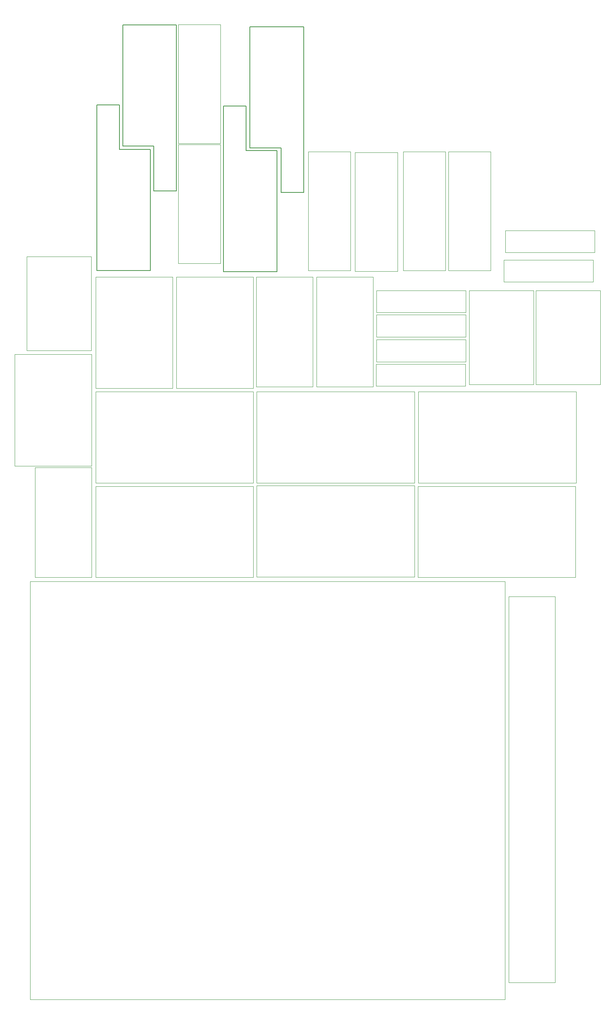
<source format=gbr>
%TF.GenerationSoftware,KiCad,Pcbnew,5.1.7-a382d34a8~88~ubuntu20.04.1*%
%TF.CreationDate,2021-03-09T09:01:26+01:00*%
%TF.ProjectId,narcise,6e617263-6973-4652-9e6b-696361645f70,rev?*%
%TF.SameCoordinates,Original*%
%TF.FileFunction,Profile,NP*%
%FSLAX46Y46*%
G04 Gerber Fmt 4.6, Leading zero omitted, Abs format (unit mm)*
G04 Created by KiCad (PCBNEW 5.1.7-a382d34a8~88~ubuntu20.04.1) date 2021-03-09 09:01:26*
%MOMM*%
%LPD*%
G01*
G04 APERTURE LIST*
%TA.AperFunction,Profile*%
%ADD10C,0.050000*%
%TD*%
%TA.AperFunction,Profile*%
%ADD11C,0.150000*%
%TD*%
G04 APERTURE END LIST*
D10*
X149733000Y-384556000D02*
X139319000Y-384556000D01*
X149733000Y-297942000D02*
X149733000Y-384556000D01*
X139319000Y-297942000D02*
X149733000Y-297942000D01*
X139319000Y-384556000D02*
X139319000Y-297942000D01*
X125730000Y-198120000D02*
X135255000Y-198120000D01*
X125730000Y-224790000D02*
X125730000Y-198120000D01*
X135255000Y-224790000D02*
X125730000Y-224790000D01*
X135255000Y-198120000D02*
X135255000Y-224790000D01*
X115570000Y-198120000D02*
X125095000Y-198120000D01*
X115570000Y-224790000D02*
X115570000Y-198120000D01*
X125095000Y-224790000D02*
X115570000Y-224790000D01*
X125095000Y-198120000D02*
X125095000Y-224790000D01*
X104775000Y-198247000D02*
X114300000Y-198247000D01*
X104775000Y-224917000D02*
X104775000Y-198247000D01*
X114300000Y-224917000D02*
X104775000Y-224917000D01*
X114300000Y-198247000D02*
X114300000Y-224917000D01*
X94234000Y-198120000D02*
X103759000Y-198120000D01*
X94234000Y-224790000D02*
X94234000Y-198120000D01*
X103759000Y-224790000D02*
X94234000Y-224790000D01*
X103759000Y-198120000D02*
X103759000Y-224790000D01*
X65024000Y-196469000D02*
X74549000Y-196469000D01*
X65024000Y-223139000D02*
X65024000Y-196469000D01*
X74549000Y-223139000D02*
X65024000Y-223139000D01*
X74549000Y-196469000D02*
X74549000Y-223139000D01*
X158623000Y-215773000D02*
X158623000Y-220726000D01*
X158623000Y-220726000D02*
X138557000Y-220726000D01*
X138176000Y-227330000D02*
X138176000Y-222377000D01*
X158242000Y-222377000D02*
X158242000Y-227330000D01*
X138176000Y-222377000D02*
X158242000Y-222377000D01*
X158242000Y-227330000D02*
X138176000Y-227330000D01*
X138557000Y-215773000D02*
X158623000Y-215773000D01*
X138557000Y-220726000D02*
X138557000Y-215773000D01*
X129667000Y-240284000D02*
X129667000Y-245237000D01*
X129667000Y-245237000D02*
X109601000Y-245237000D01*
X109474000Y-250698000D02*
X109474000Y-245745000D01*
X129540000Y-245745000D02*
X129540000Y-250698000D01*
X109474000Y-245745000D02*
X129540000Y-245745000D01*
X129540000Y-250698000D02*
X109474000Y-250698000D01*
X109601000Y-240284000D02*
X129667000Y-240284000D01*
X109601000Y-245237000D02*
X109601000Y-240284000D01*
X109601000Y-234188000D02*
X109601000Y-229235000D01*
X129667000Y-229235000D02*
X129667000Y-234188000D01*
X109601000Y-229235000D02*
X129667000Y-229235000D01*
X129667000Y-234188000D02*
X109601000Y-234188000D01*
X109601000Y-239649000D02*
X109601000Y-234696000D01*
X129667000Y-239649000D02*
X109601000Y-239649000D01*
X129667000Y-234696000D02*
X129667000Y-239649000D01*
X109601000Y-234696000D02*
X129667000Y-234696000D01*
D11*
X52578000Y-196850000D02*
X59563000Y-196850000D01*
X52578000Y-169672000D02*
X64643000Y-169672000D01*
X59563000Y-196850000D02*
X59563000Y-206883000D01*
X52578000Y-169672000D02*
X52578000Y-196850000D01*
X59563000Y-206883000D02*
X64643000Y-206883000D01*
X64643000Y-206883000D02*
X64643000Y-169672000D01*
X81153000Y-197231000D02*
X88138000Y-197231000D01*
X81153000Y-170053000D02*
X93218000Y-170053000D01*
X88138000Y-197231000D02*
X88138000Y-207264000D01*
X81153000Y-170053000D02*
X81153000Y-197231000D01*
X88138000Y-207264000D02*
X93218000Y-207264000D01*
X93218000Y-207264000D02*
X93218000Y-170053000D01*
X87249000Y-197866000D02*
X80264000Y-197866000D01*
X87249000Y-225044000D02*
X75184000Y-225044000D01*
X80264000Y-197866000D02*
X80264000Y-187833000D01*
X87249000Y-225044000D02*
X87249000Y-197866000D01*
X80264000Y-187833000D02*
X75184000Y-187833000D01*
X75184000Y-187833000D02*
X75184000Y-225044000D01*
X51816000Y-197612000D02*
X51816000Y-187579000D01*
X58801000Y-224790000D02*
X46736000Y-224790000D01*
X58801000Y-197612000D02*
X51816000Y-197612000D01*
X46736000Y-187579000D02*
X46736000Y-224790000D01*
X51816000Y-187579000D02*
X46736000Y-187579000D01*
X58801000Y-224790000D02*
X58801000Y-197612000D01*
D10*
X74549000Y-196215000D02*
X65024000Y-196215000D01*
X65024000Y-196215000D02*
X65024000Y-169545000D01*
X74549000Y-169545000D02*
X74549000Y-196215000D01*
X65024000Y-169545000D02*
X74549000Y-169545000D01*
X145415000Y-229235000D02*
X145415000Y-250317000D01*
X159893000Y-250317000D02*
X159893000Y-229235000D01*
X159893000Y-229235000D02*
X145415000Y-229235000D01*
X145415000Y-250317000D02*
X159893000Y-250317000D01*
X30988000Y-242697000D02*
X45466000Y-242697000D01*
X45466000Y-242697000D02*
X45466000Y-221615000D01*
X45466000Y-221615000D02*
X30988000Y-221615000D01*
X30988000Y-221615000D02*
X30988000Y-242697000D01*
X130429000Y-229235000D02*
X130429000Y-250317000D01*
X144907000Y-229235000D02*
X130429000Y-229235000D01*
X144907000Y-250317000D02*
X144907000Y-229235000D01*
X130429000Y-250317000D02*
X144907000Y-250317000D01*
X81915000Y-226187000D02*
X81915000Y-251206000D01*
X64643000Y-250825000D02*
X64643000Y-226187000D01*
X81915000Y-251206000D02*
X64643000Y-251206000D01*
X64643000Y-226187000D02*
X81915000Y-226187000D01*
X64643000Y-251206000D02*
X64643000Y-250825000D01*
X46482000Y-226187000D02*
X63754000Y-226187000D01*
X63754000Y-226187000D02*
X63754000Y-251206000D01*
X46482000Y-250825000D02*
X46482000Y-226187000D01*
X63754000Y-251206000D02*
X46482000Y-251206000D01*
X46482000Y-251206000D02*
X46482000Y-250825000D01*
X28321000Y-268605000D02*
X28321000Y-268224000D01*
X45593000Y-268605000D02*
X28321000Y-268605000D01*
X45593000Y-243586000D02*
X45593000Y-268605000D01*
X28321000Y-243586000D02*
X45593000Y-243586000D01*
X28321000Y-268224000D02*
X28321000Y-243586000D01*
X108839000Y-250825000D02*
X108839000Y-226187000D01*
X96139000Y-250825000D02*
X96139000Y-226187000D01*
X96139000Y-226187000D02*
X108839000Y-226187000D01*
X96139000Y-250825000D02*
X108839000Y-250825000D01*
X95250000Y-250825000D02*
X95250000Y-226187000D01*
X82550000Y-250825000D02*
X82550000Y-226187000D01*
X82550000Y-250825000D02*
X95250000Y-250825000D01*
X82550000Y-226187000D02*
X95250000Y-226187000D01*
X32893000Y-293624000D02*
X32893000Y-268986000D01*
X45593000Y-293624000D02*
X45593000Y-268986000D01*
X32893000Y-293624000D02*
X45593000Y-293624000D01*
X32893000Y-268986000D02*
X45593000Y-268986000D01*
X118872000Y-293624000D02*
X118872000Y-273177000D01*
X118872000Y-273177000D02*
X154305000Y-273177000D01*
X154305000Y-293624000D02*
X118872000Y-293624000D01*
X154305000Y-273177000D02*
X154305000Y-293624000D01*
X118999000Y-251968000D02*
X154432000Y-251968000D01*
X154432000Y-251968000D02*
X154432000Y-272415000D01*
X154432000Y-272415000D02*
X118999000Y-272415000D01*
X118999000Y-272415000D02*
X118999000Y-251968000D01*
X118110000Y-273050000D02*
X118110000Y-293497000D01*
X82677000Y-273050000D02*
X118110000Y-273050000D01*
X118110000Y-293497000D02*
X82677000Y-293497000D01*
X82677000Y-293497000D02*
X82677000Y-273050000D01*
X82677000Y-272415000D02*
X82677000Y-251968000D01*
X118110000Y-272415000D02*
X82677000Y-272415000D01*
X118110000Y-251968000D02*
X118110000Y-272415000D01*
X82677000Y-251968000D02*
X118110000Y-251968000D01*
X46482000Y-251968000D02*
X81915000Y-251968000D01*
X81915000Y-272415000D02*
X46482000Y-272415000D01*
X46482000Y-272415000D02*
X46482000Y-251968000D01*
X81915000Y-251968000D02*
X81915000Y-272415000D01*
X46482000Y-273177000D02*
X81915000Y-273177000D01*
X46482000Y-293624000D02*
X46482000Y-273177000D01*
X81915000Y-293624000D02*
X46482000Y-293624000D01*
X81915000Y-273177000D02*
X81915000Y-293624000D01*
X31750000Y-294513000D02*
X138430000Y-294513000D01*
X31750000Y-388366000D02*
X31750000Y-294513000D01*
X138430000Y-388366000D02*
X31750000Y-388366000D01*
X138430000Y-294513000D02*
X138430000Y-388366000D01*
M02*

</source>
